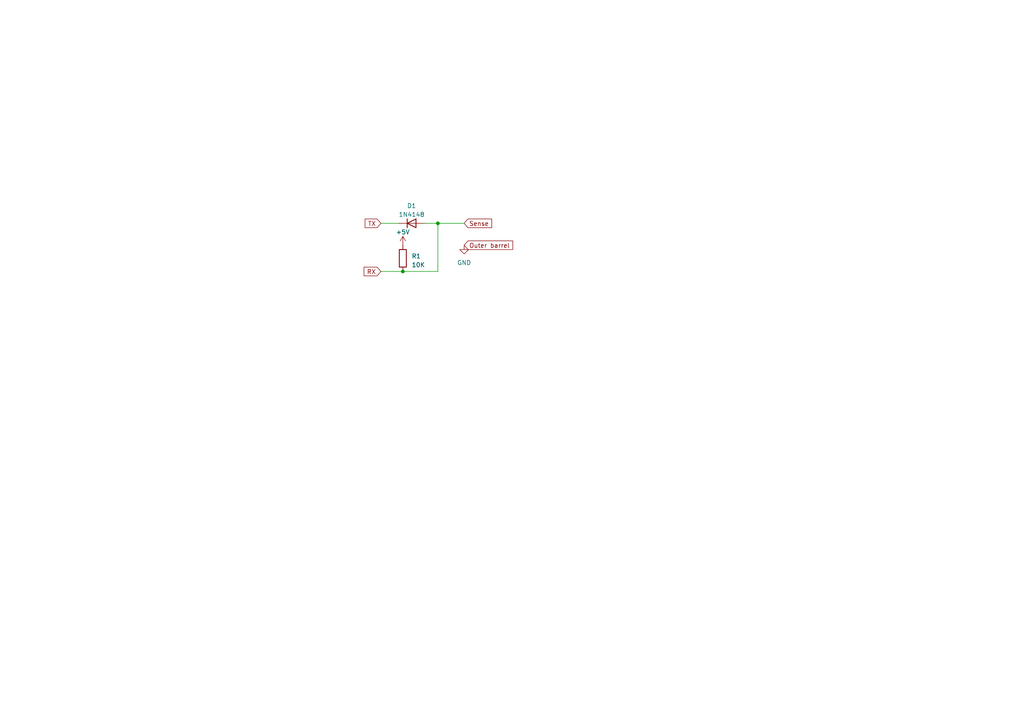
<source format=kicad_sch>
(kicad_sch (version 20230121) (generator eeschema)
  (paper "A4")
  (lib_symbols
    (symbol "Device:D" (pin_numbers hide) (pin_names (offset 1.016) hide)
      (property "Reference" "D" (at 0 2.54 0))
      (property "Value" "D" (at 0 -2.54 0))
      (symbol "D_0_1"
        (polyline (pts (xy -1.27 1.27) (xy -1.27 -1.27)) (stroke (width 0.254)))
        (polyline (pts (xy 1.27 0) (xy -1.27 0)))
        (polyline (pts (xy 1.27 1.27) (xy 1.27 -1.27) (xy -1.27 0) (xy 1.27 1.27)) (stroke (width 0.254)))
      )
      (symbol "D_1_1"
        (pin passive line (at -3.81 0 0) (length 2.54) (name "K") (number "1"))
        (pin passive line (at 3.81 0 180) (length 2.54) (name "A") (number "2"))
      )
    )
    (symbol "Device:R" (pin_numbers hide) (pin_names (offset 0))
      (property "Reference" "R" (at 2.032 0 90))
      (property "Value" "R" (at 0 0 90))
      (symbol "R_0_1"
        (rectangle (start -1.016 -2.54) (end 1.016 2.54) (stroke (width 0.254)))
      )
      (symbol "R_1_1"
        (pin passive line (at 0 3.81 270) (length 1.27) (name "~") (number "1"))
        (pin passive line (at 0 -3.81 90) (length 1.27) (name "~") (number "2"))
      )
    )
    (symbol "power:+5V" (power) (pin_names (offset 0))
      (property "Value" "+5V" (at 0 3.556 0))
      (symbol "+5V_0_1"
        (polyline (pts (xy -0.762 1.27) (xy 0 2.54)))
        (polyline (pts (xy 0 0) (xy 0 2.54)))
        (polyline (pts (xy 0 2.54) (xy 0.762 1.27)))
      )
      (symbol "+5V_1_1"
        (pin power_in line (at 0 0 90) (length 0) hide (name "+5V") (number "1"))
      )
    )
    (symbol "power:GND" (power) (pin_names (offset 0))
      (property "Value" "GND" (at 0 -3.81 0))
      (symbol "GND_0_1"
        (polyline (pts (xy 0 0) (xy 0 -1.27) (xy 1.27 -1.27) (xy 0 -2.54) (xy -1.27 -1.27) (xy 0 -1.27)))
      )
      (symbol "GND_1_1"
        (pin power_in line (at 0 0 270) (length 0) hide (name "GND") (number "1"))
      )
    )
  )
  (junction (at 127 64.77))
  (junction (at 116.84 78.74))
  (wire (pts (xy 127 64.77) (xy 134.62 64.77)))
  (wire (pts (xy 127 78.74) (xy 127 64.77)))
  (wire (pts (xy 123.19 64.77) (xy 127 64.77)))
  (wire (pts (xy 110.49 64.77) (xy 115.57 64.77)))
  (wire (pts (xy 110.49 78.74) (xy 116.84 78.74)))
  (wire (pts (xy 116.84 78.74) (xy 127 78.74)))
  (global_label "TX" (shape input) (at 110.49 64.77 180) (property "Intersheetrefs" "${INTERSHEET_REFS}" (effects hide)))
  (global_label "RX" (shape input) (at 110.49 78.74 180) (property "Intersheetrefs" "${INTERSHEET_REFS}" (effects hide)))
  (global_label "Outer barrel" (shape input) (at 134.62 71.12 0) (property "Intersheetrefs" "${INTERSHEET_REFS}" (effects hide)))
  (global_label "Sense" (shape input) (at 134.62 64.77 0) (property "Intersheetrefs" "${INTERSHEET_REFS}" (effects hide)))
  (symbol (lib_id "power:+5V") (at 116.84 71.12 0) (unit 1)
    (property "Reference" "#PWR02" (effects hide))
    (property "Value" "+5V" (at 116.84 67.31 0))
  )
  (symbol (lib_id "Device:R") (at 116.84 74.93 0) (unit 1)
    (property "Reference" "R1" (at 119.38 74.295 0) (effects (justify left)))
    (property "Value" "10K" (at 119.38 76.835 0) (effects (justify left)))
  )
  (symbol (lib_id "power:GND") (at 134.62 71.12 0) (unit 1)
    (property "Reference" "#PWR01" (effects hide))
    (property "Value" "GND" (at 134.62 76.2 0))
  )
  (symbol (lib_id "Device:D") (at 119.38 64.77 0) (unit 1)
    (property "Reference" "D1" (at 119.38 59.69 0))
    (property "Value" "1N4148" (at 119.38 62.23 0))
    (property "Sim.Device" "D" (effects hide))
    (property "Sim.Pins" "1=K 2=A" (effects hide))
  )
)
</source>
